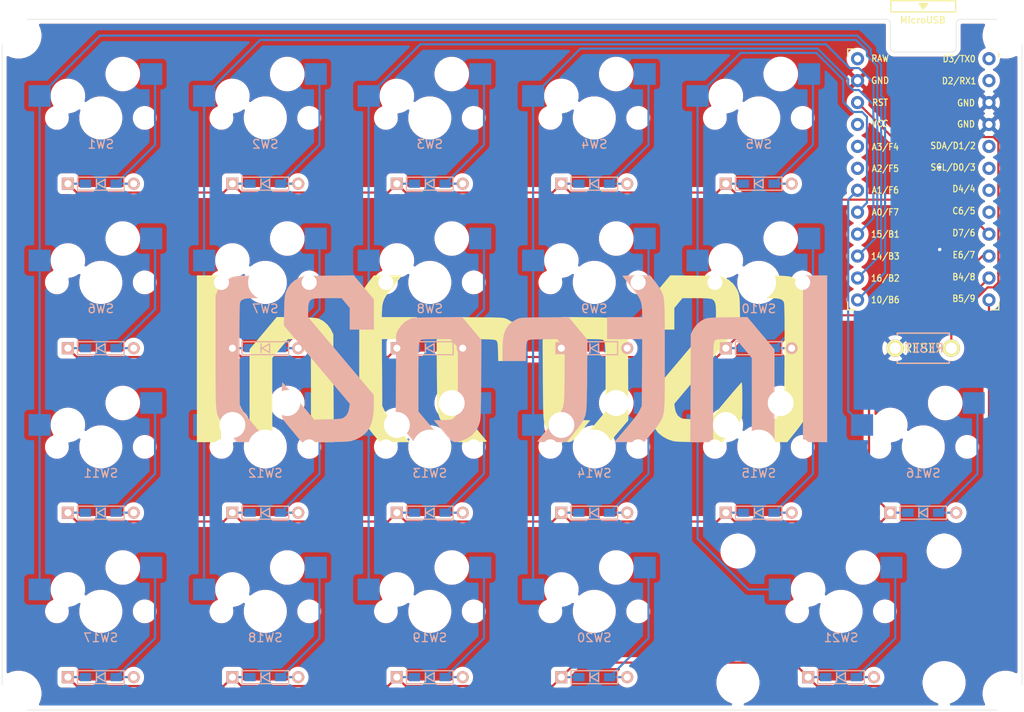
<source format=kicad_pcb>
(kicad_pcb (version 20171130) (host pcbnew "(5.1.10)-1")
  (layers (0 F.Cu signal) (31 B.Cu signal) (34 B.Paste user) (35 F.Paste user) (36 B.SilkS user) (37 F.SilkS user) (38 B.Mask user) (39 F.Mask user) (44 Edge.Cuts user))
  (net 0 "")
  (net 1 "Net-(D1-Pad2)")
  (net 2 /Row0)
  (net 3 "Net-(D2-Pad2)")
  (net 4 "Net-(D3-Pad2)")
  (net 5 "Net-(D4-Pad2)")
  (net 6 "Net-(D5-Pad2)")
  (net 7 "Net-(D6-Pad2)")
  (net 8 /Row1)
  (net 9 "Net-(D7-Pad2)")
  (net 10 "Net-(D8-Pad2)")
  (net 11 "Net-(D9-Pad2)")
  (net 12 "Net-(D10-Pad2)")
  (net 13 "Net-(D11-Pad2)")
  (net 14 /Row2)
  (net 15 "Net-(D12-Pad2)")
  (net 16 "Net-(D13-Pad2)")
  (net 17 "Net-(D14-Pad2)")
  (net 18 "Net-(D15-Pad2)")
  (net 19 "Net-(D16-Pad2)")
  (net 20 "Net-(D17-Pad2)")
  (net 21 /Row3)
  (net 22 "Net-(D18-Pad2)")
  (net 23 "Net-(D19-Pad2)")
  (net 24 "Net-(D20-Pad2)")
  (net 25 "Net-(D21-Pad2)")
  (net 26 GND)
  (net 27 /Reset)
  (net 28 /Col0)
  (net 29 /Col1)
  (net 30 /Col2)
  (net 31 /Col3)
  (net 32 /Col4)
  (net 33 /Col5)
  (net 34 "Net-(U1-Pad24)")
  (net 35 VCC)
  (net 36 "Net-(U1-Pad20)")
  (net 37 "Net-(U1-Pad19)")
  (net 38 "Net-(U1-Pad8)")
  (net 39 "Net-(U1-Pad7)")
  (net 40 "Net-(U1-Pad6)")
  (net 41 "Net-(U1-Pad5)")
  (net 42 "Net-(U1-Pad2)")
  (net 43 "Net-(U1-Pad1)")
  (module Logo:intro21 (layer B.Cu) (at 149.21065 104.1549 180)
    (fp_text reference G*** hide)
    (fp_text value LOGO hide)
  )
  (module Logo:intro21 (layer F.Cu) (at 149.21065 104.1549)
    (fp_text reference G*** hide)
    (fp_text value LOGO hide)
  )
  (module kbd:spacer_m2 (layer F.Cu) (at 92.0603 66.0543)
    (fp_text reference Ref** hide)
    (fp_text value Val** hide)
    (pad "" np_thru_hole circle (at 0 0) (size 4.3 4.3) (drill 4.3) (layers *.Cu *.Mask))
  )
  (module kbd:spacer_m2 (layer F.Cu) (at 92.0603 142.2543)
    (fp_text reference Ref** hide)
    (fp_text value Val** hide)
    (pad "" np_thru_hole circle (at 0 0) (size 4.3 4.3) (drill 4.3) (layers *.Cu *.Mask))
  )
  (module kbd:spacer_m2 (layer F.Cu) (at 206.3603 142.2543)
    (fp_text reference Ref** hide)
    (fp_text value Val** hide)
    (pad "" np_thru_hole circle (at 0 0) (size 4.3 4.3) (drill 4.3) (layers *.Cu *.Mask))
  )
  (module kbd:spacer_m2 (layer F.Cu) (at 206.36065 66.0549)
    (fp_text reference Ref** hide)
    (fp_text value Val** hide)
    (pad "" np_thru_hole circle (at 0 0) (size 4.3 4.3) (drill 4.3) (layers *.Cu *.Mask))
  )
  (module kbd:D3_TH_SMD (layer B.Cu) (at 187.31065 140.3499)
    (fp_text reference D21 hide)
    (fp_text value D hide)
    (pad 2 smd rect (at 1.775 0) (size 1.3 0.95) (layers B.Cu B.Paste B.Mask) (net 25 "Net-(D21-Pad2)"))
    (pad 2 thru_hole circle (at 3.81 0) (size 1.397 1.397) (drill 0.8128) (layers *.Cu *.Mask B.SilkS) (net 25 "Net-(D21-Pad2)"))
    (pad 1 thru_hole rect (at -3.81 0) (size 1.397 1.397) (drill 0.8128) (layers *.Cu *.Mask B.SilkS) (net 21 /Row3))
    (pad 1 smd rect (at -1.775 0) (size 1.3 0.95) (layers B.Cu B.Paste B.Mask) (net 21 /Row3))
  )
  (module kbd:D3_TH_SMD (layer B.Cu) (at 158.73565 140.3499)
    (fp_text reference D20 hide)
    (fp_text value D hide)
    (pad 2 smd rect (at 1.775 0) (size 1.3 0.95) (layers B.Cu B.Paste B.Mask) (net 24 "Net-(D20-Pad2)"))
    (pad 2 thru_hole circle (at 3.81 0) (size 1.397 1.397) (drill 0.8128) (layers *.Cu *.Mask B.SilkS) (net 24 "Net-(D20-Pad2)"))
    (pad 1 thru_hole rect (at -3.81 0) (size 1.397 1.397) (drill 0.8128) (layers *.Cu *.Mask B.SilkS) (net 21 /Row3))
    (pad 1 smd rect (at -1.775 0) (size 1.3 0.95) (layers B.Cu B.Paste B.Mask) (net 21 /Row3))
  )
  (module kbd:D3_TH_SMD (layer B.Cu) (at 139.68565 140.3499)
    (fp_text reference D19 hide)
    (fp_text value D hide)
    (pad 2 smd rect (at 1.775 0) (size 1.3 0.95) (layers B.Cu B.Paste B.Mask) (net 23 "Net-(D19-Pad2)"))
    (pad 2 thru_hole circle (at 3.81 0) (size 1.397 1.397) (drill 0.8128) (layers *.Cu *.Mask B.SilkS) (net 23 "Net-(D19-Pad2)"))
    (pad 1 thru_hole rect (at -3.81 0) (size 1.397 1.397) (drill 0.8128) (layers *.Cu *.Mask B.SilkS) (net 21 /Row3))
    (pad 1 smd rect (at -1.775 0) (size 1.3 0.95) (layers B.Cu B.Paste B.Mask) (net 21 /Row3))
  )
  (module kbd:D3_TH_SMD (layer B.Cu) (at 120.63565 140.3499)
    (fp_text reference D18 hide)
    (fp_text value D hide)
    (pad 2 smd rect (at 1.775 0) (size 1.3 0.95) (layers B.Cu B.Paste B.Mask) (net 22 "Net-(D18-Pad2)"))
    (pad 2 thru_hole circle (at 3.81 0) (size 1.397 1.397) (drill 0.8128) (layers *.Cu *.Mask B.SilkS) (net 22 "Net-(D18-Pad2)"))
    (pad 1 thru_hole rect (at -3.81 0) (size 1.397 1.397) (drill 0.8128) (layers *.Cu *.Mask B.SilkS) (net 21 /Row3))
    (pad 1 smd rect (at -1.775 0) (size 1.3 0.95) (layers B.Cu B.Paste B.Mask) (net 21 /Row3))
  )
  (module kbd:D3_TH_SMD (layer B.Cu) (at 101.58565 140.3499)
    (fp_text reference D17 hide)
    (fp_text value D hide)
    (pad 2 smd rect (at 1.775 0) (size 1.3 0.95) (layers B.Cu B.Paste B.Mask) (net 20 "Net-(D17-Pad2)"))
    (pad 2 thru_hole circle (at 3.81 0) (size 1.397 1.397) (drill 0.8128) (layers *.Cu *.Mask B.SilkS) (net 20 "Net-(D17-Pad2)"))
    (pad 1 thru_hole rect (at -3.81 0) (size 1.397 1.397) (drill 0.8128) (layers *.Cu *.Mask B.SilkS) (net 21 /Row3))
    (pad 1 smd rect (at -1.775 0) (size 1.3 0.95) (layers B.Cu B.Paste B.Mask) (net 21 /Row3))
  )
  (module kbd:D3_TH_SMD (layer B.Cu) (at 196.83565 121.2999)
    (fp_text reference D16 hide)
    (fp_text value D hide)
    (pad 2 smd rect (at 1.775 0) (size 1.3 0.95) (layers B.Cu B.Paste B.Mask) (net 19 "Net-(D16-Pad2)"))
    (pad 2 thru_hole circle (at 3.81 0) (size 1.397 1.397) (drill 0.8128) (layers *.Cu *.Mask B.SilkS) (net 19 "Net-(D16-Pad2)"))
    (pad 1 thru_hole rect (at -3.81 0) (size 1.397 1.397) (drill 0.8128) (layers *.Cu *.Mask B.SilkS) (net 14 /Row2))
    (pad 1 smd rect (at -1.775 0) (size 1.3 0.95) (layers B.Cu B.Paste B.Mask) (net 14 /Row2))
  )
  (module kbd:D3_TH_SMD (layer B.Cu) (at 177.78565 121.2999)
    (fp_text reference D15 hide)
    (fp_text value D hide)
    (pad 2 smd rect (at 1.775 0) (size 1.3 0.95) (layers B.Cu B.Paste B.Mask) (net 18 "Net-(D15-Pad2)"))
    (pad 2 thru_hole circle (at 3.81 0) (size 1.397 1.397) (drill 0.8128) (layers *.Cu *.Mask B.SilkS) (net 18 "Net-(D15-Pad2)"))
    (pad 1 thru_hole rect (at -3.81 0) (size 1.397 1.397) (drill 0.8128) (layers *.Cu *.Mask B.SilkS) (net 14 /Row2))
    (pad 1 smd rect (at -1.775 0) (size 1.3 0.95) (layers B.Cu B.Paste B.Mask) (net 14 /Row2))
  )
  (module kbd:D3_TH_SMD (layer B.Cu) (at 158.73565 121.2999)
    (fp_text reference D14 hide)
    (fp_text value D hide)
    (pad 2 smd rect (at 1.775 0) (size 1.3 0.95) (layers B.Cu B.Paste B.Mask) (net 17 "Net-(D14-Pad2)"))
    (pad 2 thru_hole circle (at 3.81 0) (size 1.397 1.397) (drill 0.8128) (layers *.Cu *.Mask B.SilkS) (net 17 "Net-(D14-Pad2)"))
    (pad 1 thru_hole rect (at -3.81 0) (size 1.397 1.397) (drill 0.8128) (layers *.Cu *.Mask B.SilkS) (net 14 /Row2))
    (pad 1 smd rect (at -1.775 0) (size 1.3 0.95) (layers B.Cu B.Paste B.Mask) (net 14 /Row2))
  )
  (module kbd:D3_TH_SMD (layer B.Cu) (at 139.68565 121.2999)
    (fp_text reference D13 hide)
    (fp_text value D hide)
    (pad 2 smd rect (at 1.775 0) (size 1.3 0.95) (layers B.Cu B.Paste B.Mask) (net 16 "Net-(D13-Pad2)"))
    (pad 2 thru_hole circle (at 3.81 0) (size 1.397 1.397) (drill 0.8128) (layers *.Cu *.Mask B.SilkS) (net 16 "Net-(D13-Pad2)"))
    (pad 1 thru_hole rect (at -3.81 0) (size 1.397 1.397) (drill 0.8128) (layers *.Cu *.Mask B.SilkS) (net 14 /Row2))
    (pad 1 smd rect (at -1.775 0) (size 1.3 0.95) (layers B.Cu B.Paste B.Mask) (net 14 /Row2))
  )
  (module kbd:D3_TH_SMD (layer B.Cu) (at 120.63565 121.2999)
    (fp_text reference D12 hide)
    (fp_text value D hide)
    (pad 2 smd rect (at 1.775 0) (size 1.3 0.95) (layers B.Cu B.Paste B.Mask) (net 15 "Net-(D12-Pad2)"))
    (pad 2 thru_hole circle (at 3.81 0) (size 1.397 1.397) (drill 0.8128) (layers *.Cu *.Mask B.SilkS) (net 15 "Net-(D12-Pad2)"))
    (pad 1 thru_hole rect (at -3.81 0) (size 1.397 1.397) (drill 0.8128) (layers *.Cu *.Mask B.SilkS) (net 14 /Row2))
    (pad 1 smd rect (at -1.775 0) (size 1.3 0.95) (layers B.Cu B.Paste B.Mask) (net 14 /Row2))
  )
  (module kbd:D3_TH_SMD (layer B.Cu) (at 101.58565 121.2999)
    (fp_text reference D11 hide)
    (fp_text value D hide)
    (pad 2 smd rect (at 1.775 0) (size 1.3 0.95) (layers B.Cu B.Paste B.Mask) (net 13 "Net-(D11-Pad2)"))
    (pad 2 thru_hole circle (at 3.81 0) (size 1.397 1.397) (drill 0.8128) (layers *.Cu *.Mask B.SilkS) (net 13 "Net-(D11-Pad2)"))
    (pad 1 thru_hole rect (at -3.81 0) (size 1.397 1.397) (drill 0.8128) (layers *.Cu *.Mask B.SilkS) (net 14 /Row2))
    (pad 1 smd rect (at -1.775 0) (size 1.3 0.95) (layers B.Cu B.Paste B.Mask) (net 14 /Row2))
  )
  (module kbd:D3_TH_SMD (layer B.Cu) (at 177.78565 102.2499)
    (fp_text reference D10 hide)
    (fp_text value D hide)
    (pad 2 smd rect (at 1.775 0) (size 1.3 0.95) (layers B.Cu B.Paste B.Mask) (net 12 "Net-(D10-Pad2)"))
    (pad 2 thru_hole circle (at 3.81 0) (size 1.397 1.397) (drill 0.8128) (layers *.Cu *.Mask B.SilkS) (net 12 "Net-(D10-Pad2)"))
    (pad 1 thru_hole rect (at -3.81 0) (size 1.397 1.397) (drill 0.8128) (layers *.Cu *.Mask B.SilkS) (net 8 /Row1))
    (pad 1 smd rect (at -1.775 0) (size 1.3 0.95) (layers B.Cu B.Paste B.Mask) (net 8 /Row1))
  )
  (module kbd:D3_TH_SMD (layer B.Cu) (at 158.73565 102.2499)
    (fp_text reference D9 hide)
    (fp_text value D hide)
    (pad 2 smd rect (at 1.775 0) (size 1.3 0.95) (layers B.Cu B.Paste B.Mask) (net 11 "Net-(D9-Pad2)"))
    (pad 2 thru_hole circle (at 3.81 0) (size 1.397 1.397) (drill 0.8128) (layers *.Cu *.Mask B.SilkS) (net 11 "Net-(D9-Pad2)"))
    (pad 1 thru_hole rect (at -3.81 0) (size 1.397 1.397) (drill 0.8128) (layers *.Cu *.Mask B.SilkS) (net 8 /Row1))
    (pad 1 smd rect (at -1.775 0) (size 1.3 0.95) (layers B.Cu B.Paste B.Mask) (net 8 /Row1))
  )
  (module kbd:D3_TH_SMD (layer B.Cu) (at 139.68565 102.2499)
    (fp_text reference D8 hide)
    (fp_text value D hide)
    (pad 2 smd rect (at 1.775 0) (size 1.3 0.95) (layers B.Cu B.Paste B.Mask) (net 10 "Net-(D8-Pad2)"))
    (pad 2 thru_hole circle (at 3.81 0) (size 1.397 1.397) (drill 0.8128) (layers *.Cu *.Mask B.SilkS) (net 10 "Net-(D8-Pad2)"))
    (pad 1 thru_hole rect (at -3.81 0) (size 1.397 1.397) (drill 0.8128) (layers *.Cu *.Mask B.SilkS) (net 8 /Row1))
    (pad 1 smd rect (at -1.775 0) (size 1.3 0.95) (layers B.Cu B.Paste B.Mask) (net 8 /Row1))
  )
  (module kbd:D3_TH_SMD (layer B.Cu) (at 120.63565 102.2499)
    (fp_text reference D7 hide)
    (fp_text value D hide)
    (pad 2 smd rect (at 1.775 0) (size 1.3 0.95) (layers B.Cu B.Paste B.Mask) (net 9 "Net-(D7-Pad2)"))
    (pad 2 thru_hole circle (at 3.81 0) (size 1.397 1.397) (drill 0.8128) (layers *.Cu *.Mask B.SilkS) (net 9 "Net-(D7-Pad2)"))
    (pad 1 thru_hole rect (at -3.81 0) (size 1.397 1.397) (drill 0.8128) (layers *.Cu *.Mask B.SilkS) (net 8 /Row1))
    (pad 1 smd rect (at -1.775 0) (size 1.3 0.95) (layers B.Cu B.Paste B.Mask) (net 8 /Row1))
  )
  (module kbd:D3_TH_SMD (layer B.Cu) (at 101.58565 102.2499)
    (fp_text reference D6 hide)
    (fp_text value D hide)
    (pad 2 smd rect (at 1.775 0) (size 1.3 0.95) (layers B.Cu B.Paste B.Mask) (net 7 "Net-(D6-Pad2)"))
    (pad 2 thru_hole circle (at 3.81 0) (size 1.397 1.397) (drill 0.8128) (layers *.Cu *.Mask B.SilkS) (net 7 "Net-(D6-Pad2)"))
    (pad 1 thru_hole rect (at -3.81 0) (size 1.397 1.397) (drill 0.8128) (layers *.Cu *.Mask B.SilkS) (net 8 /Row1))
    (pad 1 smd rect (at -1.775 0) (size 1.3 0.95) (layers B.Cu B.Paste B.Mask) (net 8 /Row1))
  )
  (module kbd:D3_TH_SMD (layer B.Cu) (at 177.78565 83.1999)
    (fp_text reference D5 hide)
    (fp_text value D hide)
    (pad 2 smd rect (at 1.775 0) (size 1.3 0.95) (layers B.Cu B.Paste B.Mask) (net 6 "Net-(D5-Pad2)"))
    (pad 2 thru_hole circle (at 3.81 0) (size 1.397 1.397) (drill 0.8128) (layers *.Cu *.Mask B.SilkS) (net 6 "Net-(D5-Pad2)"))
    (pad 1 thru_hole rect (at -3.81 0) (size 1.397 1.397) (drill 0.8128) (layers *.Cu *.Mask B.SilkS) (net 2 /Row0))
    (pad 1 smd rect (at -1.775 0) (size 1.3 0.95) (layers B.Cu B.Paste B.Mask) (net 2 /Row0))
  )
  (module kbd:D3_TH_SMD (layer B.Cu) (at 158.73565 83.1999)
    (fp_text reference D4 hide)
    (fp_text value D hide)
    (pad 2 smd rect (at 1.775 0) (size 1.3 0.95) (layers B.Cu B.Paste B.Mask) (net 5 "Net-(D4-Pad2)"))
    (pad 2 thru_hole circle (at 3.81 0) (size 1.397 1.397) (drill 0.8128) (layers *.Cu *.Mask B.SilkS) (net 5 "Net-(D4-Pad2)"))
    (pad 1 thru_hole rect (at -3.81 0) (size 1.397 1.397) (drill 0.8128) (layers *.Cu *.Mask B.SilkS) (net 2 /Row0))
    (pad 1 smd rect (at -1.775 0) (size 1.3 0.95) (layers B.Cu B.Paste B.Mask) (net 2 /Row0))
  )
  (module kbd:D3_TH_SMD (layer B.Cu) (at 139.68565 83.1999)
    (fp_text reference D3 hide)
    (fp_text value D hide)
    (pad 2 smd rect (at 1.775 0) (size 1.3 0.95) (layers B.Cu B.Paste B.Mask) (net 4 "Net-(D3-Pad2)"))
    (pad 2 thru_hole circle (at 3.81 0) (size 1.397 1.397) (drill 0.8128) (layers *.Cu *.Mask B.SilkS) (net 4 "Net-(D3-Pad2)"))
    (pad 1 thru_hole rect (at -3.81 0) (size 1.397 1.397) (drill 0.8128) (layers *.Cu *.Mask B.SilkS) (net 2 /Row0))
    (pad 1 smd rect (at -1.775 0) (size 1.3 0.95) (layers B.Cu B.Paste B.Mask) (net 2 /Row0))
  )
  (module kbd:D3_TH_SMD (layer B.Cu) (at 120.63565 83.1999)
    (fp_text reference D2 hide)
    (fp_text value D hide)
    (pad 2 smd rect (at 1.775 0) (size 1.3 0.95) (layers B.Cu B.Paste B.Mask) (net 3 "Net-(D2-Pad2)"))
    (pad 2 thru_hole circle (at 3.81 0) (size 1.397 1.397) (drill 0.8128) (layers *.Cu *.Mask B.SilkS) (net 3 "Net-(D2-Pad2)"))
    (pad 1 thru_hole rect (at -3.81 0) (size 1.397 1.397) (drill 0.8128) (layers *.Cu *.Mask B.SilkS) (net 2 /Row0))
    (pad 1 smd rect (at -1.775 0) (size 1.3 0.95) (layers B.Cu B.Paste B.Mask) (net 2 /Row0))
  )
  (module kbd:D3_TH_SMD (layer B.Cu) (at 101.58565 83.1999)
    (fp_text reference D1 hide)
    (fp_text value D hide)
    (pad 2 smd rect (at 1.775 0) (size 1.3 0.95) (layers B.Cu B.Paste B.Mask) (net 1 "Net-(D1-Pad2)"))
    (pad 2 thru_hole circle (at 3.81 0) (size 1.397 1.397) (drill 0.8128) (layers *.Cu *.Mask B.SilkS) (net 1 "Net-(D1-Pad2)"))
    (pad 1 thru_hole rect (at -3.81 0) (size 1.397 1.397) (drill 0.8128) (layers *.Cu *.Mask B.SilkS) (net 2 /Row0))
    (pad 1 smd rect (at -1.775 0) (size 1.3 0.95) (layers B.Cu B.Paste B.Mask) (net 2 /Row0))
  )
  (module kbd:ProMicro_v3 (layer F.Cu) (at 196.83565 83.1999)
    (fp_text reference U1 hide)
    (fp_text value ProMicro hide)
    (fp_text user RAW (at -4.995 -14.5 unlocked) (layer F.SilkS) (effects (font (size 0.75 0.67) (thickness 0.125))))
    (fp_text user GND (at -4.995 -11.95 unlocked) (layer F.SilkS) (effects (font (size 0.75 0.67) (thickness 0.125))))
    (fp_text user RST (at -4.995 -9.4 unlocked) (layer F.SilkS) (effects (font (size 0.75 0.67) (thickness 0.125))))
    (fp_text user VCC (at -4.995 -6.95 unlocked) (layer F.SilkS) (effects (font (size 0.75 0.67) (thickness 0.125))))
    (fp_text user A3/F4 (at -4.395 -4.25 unlocked) (layer F.SilkS) (effects (font (size 0.75 0.67) (thickness 0.125))))
    (fp_text user A2/F5 (at -4.395 -1.75 unlocked) (layer F.SilkS) (effects (font (size 0.75 0.67) (thickness 0.125))))
    (fp_text user A1/F6 (at -4.395 0.75 unlocked) (layer F.SilkS) (effects (font (size 0.75 0.67) (thickness 0.125))))
    (fp_text user A0/F7 (at -4.395 3.3 unlocked) (layer F.SilkS) (effects (font (size 0.75 0.67) (thickness 0.125))))
    (fp_text user 15/B1 (at -4.395 5.85 unlocked) (layer F.SilkS) (effects (font (size 0.75 0.67) (thickness 0.125))))
    (fp_text user 14/B3 (at -4.395 8.4 unlocked) (layer F.SilkS) (effects (font (size 0.75 0.67) (thickness 0.125))))
    (fp_text user 10/B6 (at -4.395 13.45 unlocked) (layer F.SilkS) (effects (font (size 0.75 0.67) (thickness 0.125))))
    (fp_text user 16/B2 (at -4.395 10.95 unlocked) (layer F.SilkS) (effects (font (size 0.75 0.67) (thickness 0.125))))
    (fp_text user E6/7 (at 4.705 8.25 unlocked) (layer F.SilkS) (effects (font (size 0.75 0.67) (thickness 0.125))))
    (fp_text user D7/6 (at 4.705 5.7 unlocked) (layer F.SilkS) (effects (font (size 0.75 0.67) (thickness 0.125))))
    (fp_text user GND (at 4.955 -9.35 unlocked) (layer F.SilkS) (effects (font (size 0.75 0.67) (thickness 0.125))))
    (fp_text user GND (at 4.955 -6.9 unlocked) (layer F.SilkS) (effects (font (size 0.75 0.67) (thickness 0.125))))
    (fp_text user D3/TX0 (at 4.155 -14.45 unlocked) (layer F.SilkS) (effects (font (size 0.75 0.67) (thickness 0.125))))
    (fp_text user D4/4 (at 4.705 0.6 unlocked) (layer F.SilkS) (effects (font (size 0.75 0.67) (thickness 0.125))))
    (fp_text user SDA/D1/2 (at 3.455 -4.4 unlocked) (layer F.SilkS) (effects (font (size 0.75 0.67) (thickness 0.125))))
    (fp_text user SCL/D0/3 (at 3.455 -1.9 unlocked) (layer F.SilkS) (effects (font (size 0.75 0.67) (thickness 0.125))))
    (fp_text user C6/5 (at 4.705 3.15 unlocked) (layer F.SilkS) (effects (font (size 0.75 0.67) (thickness 0.125))))
    (fp_text user B5/9 (at 4.705 13.3 unlocked) (layer F.SilkS) (effects (font (size 0.75 0.67) (thickness 0.125))))
    (fp_text user D2/RX1 (at 4.155 -11.9 unlocked) (layer F.SilkS) (effects (font (size 0.75 0.67) (thickness 0.125))))
    (fp_text user B4/8 (at 4.705 10.8 unlocked) (layer F.SilkS) (effects (font (size 0.75 0.67) (thickness 0.125))))
    (fp_text user MicroUSB (at -0.05 -18.95) (layer F.SilkS) (effects (font (size 0.75 0.75) (thickness 0.12))))
    (fp_text user MicroUSB (at -0.05 -18.95) (layer F.SilkS) (effects (font (size 0.75 0.75) (thickness 0.12))))
    (pad 24 thru_hole circle (at -7.6086 -14.478) (size 1.524 1.524) (drill 0.8128) (layers *.Cu B.Mask) (net 34 "Net-(U1-Pad24)"))
    (pad 23 thru_hole circle (at -7.6086 -11.938) (size 1.524 1.524) (drill 0.8128) (layers *.Cu B.Mask) (net 26 GND))
    (pad 22 thru_hole circle (at -7.6086 -9.398) (size 1.524 1.524) (drill 0.8128) (layers *.Cu B.Mask) (net 27 /Reset))
    (pad 21 thru_hole circle (at -7.6086 -6.858) (size 1.524 1.524) (drill 0.8128) (layers *.Cu B.Mask) (net 35 VCC))
    (pad 20 thru_hole circle (at -7.6086 -4.318) (size 1.524 1.524) (drill 0.8128) (layers *.Cu B.Mask) (net 36 "Net-(U1-Pad20)"))
    (pad 19 thru_hole circle (at -7.6086 -1.778) (size 1.524 1.524) (drill 0.8128) (layers *.Cu B.Mask) (net 37 "Net-(U1-Pad19)"))
    (pad 18 thru_hole circle (at -7.6086 0.762) (size 1.524 1.524) (drill 0.8128) (layers *.Cu B.Mask) (net 33 /Col5))
    (pad 17 thru_hole circle (at -7.6086 3.302) (size 1.524 1.524) (drill 0.8128) (layers *.Cu B.Mask) (net 32 /Col4))
    (pad 16 thru_hole circle (at -7.6086 5.842) (size 1.524 1.524) (drill 0.8128) (layers *.Cu B.Mask) (net 31 /Col3))
    (pad 15 thru_hole circle (at -7.6086 8.382) (size 1.524 1.524) (drill 0.8128) (layers *.Cu B.Mask) (net 30 /Col2))
    (pad 14 thru_hole circle (at -7.6086 10.922) (size 1.524 1.524) (drill 0.8128) (layers *.Cu B.Mask) (net 29 /Col1))
    (pad 13 thru_hole circle (at -7.6086 13.462) (size 1.524 1.524) (drill 0.8128) (layers *.Cu B.Mask) (net 28 /Col0))
    (pad 12 thru_hole circle (at 7.6114 13.462) (size 1.524 1.524) (drill 0.8128) (layers *.Cu B.Mask) (net 21 /Row3))
    (pad 11 thru_hole circle (at 7.6114 10.922) (size 1.524 1.524) (drill 0.8128) (layers *.Cu B.Mask) (net 14 /Row2))
    (pad 10 thru_hole circle (at 7.6114 8.382) (size 1.524 1.524) (drill 0.8128) (layers *.Cu B.Mask) (net 8 /Row1))
    (pad 9 thru_hole circle (at 7.6114 5.842) (size 1.524 1.524) (drill 0.8128) (layers *.Cu B.Mask) (net 2 /Row0))
    (pad 8 thru_hole circle (at 7.6114 3.302) (size 1.524 1.524) (drill 0.8128) (layers *.Cu B.Mask) (net 38 "Net-(U1-Pad8)"))
    (pad 7 thru_hole circle (at 7.6114 0.762) (size 1.524 1.524) (drill 0.8128) (layers *.Cu B.Mask) (net 39 "Net-(U1-Pad7)"))
    (pad 6 thru_hole circle (at 7.6114 -1.778) (size 1.524 1.524) (drill 0.8128) (layers *.Cu B.Mask) (net 40 "Net-(U1-Pad6)"))
    (pad 5 thru_hole circle (at 7.6114 -4.318) (size 1.524 1.524) (drill 0.8128) (layers *.Cu B.Mask) (net 41 "Net-(U1-Pad5)"))
    (pad 4 thru_hole circle (at 7.6114 -6.858) (size 1.524 1.524) (drill 0.8128) (layers *.Cu B.Mask) (net 26 GND))
    (pad 3 thru_hole circle (at 7.6114 -9.398) (size 1.524 1.524) (drill 0.8128) (layers *.Cu B.Mask) (net 26 GND))
    (pad 2 thru_hole circle (at 7.6114 -11.938) (size 1.524 1.524) (drill 0.8128) (layers *.Cu B.Mask) (net 42 "Net-(U1-Pad2)"))
    (pad 1 thru_hole circle (at 7.6114 -14.478) (size 1.524 1.524) (drill 0.8128) (layers *.Cu B.Mask) (net 43 "Net-(U1-Pad1)"))
  )
  (module MX_Only:MXOnly-1U-Hotswap (layer F.Cu) (at 101.58565 75.5799)
    (fp_text reference SW1)
    (fp_text value SW_Push)
    (fp_text user %R (at 0 3.048) (layer B.SilkS) (effects (justify mirror)))
    (pad 2 smd rect (at 5.842 -5.08) (size 2.55 2.5) (layers B.Cu B.Paste B.Mask) (net 1 "Net-(D1-Pad2)"))
    (pad 1 smd rect (at -7.085 -2.54) (size 2.55 2.5) (layers B.Cu B.Paste B.Mask) (net 28 /Col0))
    (pad "" np_thru_hole circle (at 5.08 0 48.0996) (size 1.75 1.75) (drill 1.75) (layers *.Cu *.Mask))
    (pad "" np_thru_hole circle (at -5.08 0 48.0996) (size 1.75 1.75) (drill 1.75) (layers *.Cu *.Mask))
    (pad "" np_thru_hole circle (at -3.81 -2.54) (size 3 3) (drill 3) (layers *.Cu *.Mask))
    (pad "" np_thru_hole circle (at 0 0) (size 3.9878 3.9878) (drill 3.9878) (layers *.Cu *.Mask))
    (pad "" np_thru_hole circle (at 2.54 -5.08) (size 3 3) (drill 3) (layers *.Cu *.Mask))
  )
  (module MX_Only:MXOnly-1U-Hotswap (layer F.Cu) (at 158.73565 132.7299)
    (fp_text reference SW20)
    (fp_text value SW_Push)
    (fp_text user %R (at 0 3.048) (layer B.SilkS) (effects (justify mirror)))
    (pad 2 smd rect (at 5.842 -5.08) (size 2.55 2.5) (layers B.Cu B.Paste B.Mask) (net 24 "Net-(D20-Pad2)"))
    (pad 1 smd rect (at -7.085 -2.54) (size 2.55 2.5) (layers B.Cu B.Paste B.Mask) (net 31 /Col3))
    (pad "" np_thru_hole circle (at 5.08 0 48.0996) (size 1.75 1.75) (drill 1.75) (layers *.Cu *.Mask))
    (pad "" np_thru_hole circle (at -5.08 0 48.0996) (size 1.75 1.75) (drill 1.75) (layers *.Cu *.Mask))
    (pad "" np_thru_hole circle (at -3.81 -2.54) (size 3 3) (drill 3) (layers *.Cu *.Mask))
    (pad "" np_thru_hole circle (at 0 0) (size 3.9878 3.9878) (drill 3.9878) (layers *.Cu *.Mask))
    (pad "" np_thru_hole circle (at 2.54 -5.08) (size 3 3) (drill 3) (layers *.Cu *.Mask))
  )
  (module MX_Only:MXOnly-1U-Hotswap (layer F.Cu) (at 139.68565 132.7299)
    (fp_text reference SW19)
    (fp_text value SW_Push)
    (fp_text user %R (at 0 3.048) (layer B.SilkS) (effects (justify mirror)))
    (pad 2 smd rect (at 5.842 -5.08) (size 2.55 2.5) (layers B.Cu B.Paste B.Mask) (net 23 "Net-(D19-Pad2)"))
    (pad 1 smd rect (at -7.085 -2.54) (size 2.55 2.5) (layers B.Cu B.Paste B.Mask) (net 30 /Col2))
    (pad "" np_thru_hole circle (at 5.08 0 48.0996) (size 1.75 1.75) (drill 1.75) (layers *.Cu *.Mask))
    (pad "" np_thru_hole circle (at -5.08 0 48.0996) (size 1.75 1.75) (drill 1.75) (layers *.Cu *.Mask))
    (pad "" np_thru_hole circle (at -3.81 -2.54) (size 3 3) (drill 3) (layers *.Cu *.Mask))
    (pad "" np_thru_hole circle (at 0 0) (size 3.9878 3.9878) (drill 3.9878) (layers *.Cu *.Mask))
    (pad "" np_thru_hole circle (at 2.54 -5.08) (size 3 3) (drill 3) (layers *.Cu *.Mask))
  )
  (module MX_Only:MXOnly-1U-Hotswap (layer F.Cu) (at 120.63565 132.7299)
    (fp_text reference SW18)
    (fp_text value SW_Push)
    (fp_text user %R (at 0 3.048) (layer B.SilkS) (effects (justify mirror)))
    (pad 2 smd rect (at 5.842 -5.08) (size 2.55 2.5) (layers B.Cu B.Paste B.Mask) (net 22 "Net-(D18-Pad2)"))
    (pad 1 smd rect (at -7.085 -2.54) (size 2.55 2.5) (layers B.Cu B.Paste B.Mask) (net 29 /Col1))
    (pad "" np_thru_hole circle (at 5.08 0 48.0996) (size 1.75 1.75) (drill 1.75) (layers *.Cu *.Mask))
    (pad "" np_thru_hole circle (at -5.08 0 48.0996) (size 1.75 1.75) (drill 1.75) (layers *.Cu *.Mask))
    (pad "" np_thru_hole circle (at -3.81 -2.54) (size 3 3) (drill 3) (layers *.Cu *.Mask))
    (pad "" np_thru_hole circle (at 0 0) (size 3.9878 3.9878) (drill 3.9878) (layers *.Cu *.Mask))
    (pad "" np_thru_hole circle (at 2.54 -5.08) (size 3 3) (drill 3) (layers *.Cu *.Mask))
  )
  (module MX_Only:MXOnly-1U-Hotswap (layer F.Cu) (at 101.58565 132.7299)
    (fp_text reference SW17)
    (fp_text value SW_Push)
    (fp_text user %R (at 0 3.048) (layer B.SilkS) (effects (justify mirror)))
    (pad 2 smd rect (at 5.842 -5.08) (size 2.55 2.5) (layers B.Cu B.Paste B.Mask) (net 20 "Net-(D17-Pad2)"))
    (pad 1 smd rect (at -7.085 -2.54) (size 2.55 2.5) (layers B.Cu B.Paste B.Mask) (net 28 /Col0))
    (pad "" np_thru_hole circle (at 5.08 0 48.0996) (size 1.75 1.75) (drill 1.75) (layers *.Cu *.Mask))
    (pad "" np_thru_hole circle (at -5.08 0 48.0996) (size 1.75 1.75) (drill 1.75) (layers *.Cu *.Mask))
    (pad "" np_thru_hole circle (at -3.81 -2.54) (size 3 3) (drill 3) (layers *.Cu *.Mask))
    (pad "" np_thru_hole circle (at 0 0) (size 3.9878 3.9878) (drill 3.9878) (layers *.Cu *.Mask))
    (pad "" np_thru_hole circle (at 2.54 -5.08) (size 3 3) (drill 3) (layers *.Cu *.Mask))
  )
  (module MX_Only:MXOnly-1U-Hotswap (layer F.Cu) (at 196.83565 113.6799)
    (fp_text reference SW16)
    (fp_text value SW_Push)
    (fp_text user %R (at 0 3.048) (layer B.SilkS) (effects (justify mirror)))
    (pad 2 smd rect (at 5.842 -5.08) (size 2.55 2.5) (layers B.Cu B.Paste B.Mask) (net 19 "Net-(D16-Pad2)"))
    (pad 1 smd rect (at -7.085 -2.54) (size 2.55 2.5) (layers B.Cu B.Paste B.Mask) (net 33 /Col5))
    (pad "" np_thru_hole circle (at 5.08 0 48.0996) (size 1.75 1.75) (drill 1.75) (layers *.Cu *.Mask))
    (pad "" np_thru_hole circle (at -5.08 0 48.0996) (size 1.75 1.75) (drill 1.75) (layers *.Cu *.Mask))
    (pad "" np_thru_hole circle (at -3.81 -2.54) (size 3 3) (drill 3) (layers *.Cu *.Mask))
    (pad "" np_thru_hole circle (at 0 0) (size 3.9878 3.9878) (drill 3.9878) (layers *.Cu *.Mask))
    (pad "" np_thru_hole circle (at 2.54 -5.08) (size 3 3) (drill 3) (layers *.Cu *.Mask))
  )
  (module MX_Only:MXOnly-1U-Hotswap (layer F.Cu) (at 177.78565 113.6799)
    (fp_text reference SW15)
    (fp_text value SW_Push)
    (fp_text user %R (at 0 3.048) (layer B.SilkS) (effects (justify mirror)))
    (pad 2 smd rect (at 5.842 -5.08) (size 2.55 2.5) (layers B.Cu B.Paste B.Mask) (net 18 "Net-(D15-Pad2)"))
    (pad 1 smd rect (at -7.085 -2.54) (size 2.55 2.5) (layers B.Cu B.Paste B.Mask) (net 32 /Col4))
    (pad "" np_thru_hole circle (at 5.08 0 48.0996) (size 1.75 1.75) (drill 1.75) (layers *.Cu *.Mask))
    (pad "" np_thru_hole circle (at -5.08 0 48.0996) (size 1.75 1.75) (drill 1.75) (layers *.Cu *.Mask))
    (pad "" np_thru_hole circle (at -3.81 -2.54) (size 3 3) (drill 3) (layers *.Cu *.Mask))
    (pad "" np_thru_hole circle (at 0 0) (size 3.9878 3.9878) (drill 3.9878) (layers *.Cu *.Mask))
    (pad "" np_thru_hole circle (at 2.54 -5.08) (size 3 3) (drill 3) (layers *.Cu *.Mask))
  )
  (module MX_Only:MXOnly-1U-Hotswap (layer F.Cu) (at 158.73565 113.6799)
    (fp_text reference SW14)
    (fp_text value SW_Push)
    (fp_text user %R (at 0 3.048) (layer B.SilkS) (effects (justify mirror)))
    (pad 2 smd rect (at 5.842 -5.08) (size 2.55 2.5) (layers B.Cu B.Paste B.Mask) (net 17 "Net-(D14-Pad2)"))
    (pad 1 smd rect (at -7.085 -2.54) (size 2.55 2.5) (layers B.Cu B.Paste B.Mask) (net 31 /Col3))
    (pad "" np_thru_hole circle (at 5.08 0 48.0996) (size 1.75 1.75) (drill 1.75) (layers *.Cu *.Mask))
    (pad "" np_thru_hole circle (at -5.08 0 48.0996) (size 1.75 1.75) (drill 1.75) (layers *.Cu *.Mask))
    (pad "" np_thru_hole circle (at -3.81 -2.54) (size 3 3) (drill 3) (layers *.Cu *.Mask))
    (pad "" np_thru_hole circle (at 0 0) (size 3.9878 3.9878) (drill 3.9878) (layers *.Cu *.Mask))
    (pad "" np_thru_hole circle (at 2.54 -5.08) (size 3 3) (drill 3) (layers *.Cu *.Mask))
  )
  (module MX_Only:MXOnly-1U-Hotswap (layer F.Cu) (at 139.68565 113.6799)
    (fp_text reference SW13)
    (fp_text value SW_Push)
    (fp_text user %R (at 0 3.048) (layer B.SilkS) (effects (justify mirror)))
    (pad 2 smd rect (at 5.842 -5.08) (size 2.55 2.5) (layers B.Cu B.Paste B.Mask) (net 16 "Net-(D13-Pad2)"))
    (pad 1 smd rect (at -7.085 -2.54) (size 2.55 2.5) (layers B.Cu B.Paste B.Mask) (net 30 /Col2))
    (pad "" np_thru_hole circle (at 5.08 0 48.0996) (size 1.75 1.75) (drill 1.75) (layers *.Cu *.Mask))
    (pad "" np_thru_hole circle (at -5.08 0 48.0996) (size 1.75 1.75) (drill 1.75) (layers *.Cu *.Mask))
    (pad "" np_thru_hole circle (at -3.81 -2.54) (size 3 3) (drill 3) (layers *.Cu *.Mask))
    (pad "" np_thru_hole circle (at 0 0) (size 3.9878 3.9878) (drill 3.9878) (layers *.Cu *.Mask))
    (pad "" np_thru_hole circle (at 2.54 -5.08) (size 3 3) (drill 3) (layers *.Cu *.Mask))
  )
  (module MX_Only:MXOnly-1U-Hotswap (layer F.Cu) (at 120.63565 113.6799)
    (fp_text reference SW12)
    (fp_text value SW_Push)
    (fp_text user %R (at 0 3.048) (layer B.SilkS) (effects (justify mirror)))
    (pad 2 smd rect (at 5.842 -5.08) (size 2.55 2.5) (layers B.Cu B.Paste B.Mask) (net 15 "Net-(D12-Pad2)"))
    (pad 1 smd rect (at -7.085 -2.54) (size 2.55 2.5) (layers B.Cu B.Paste B.Mask) (net 29 /Col1))
    (pad "" np_thru_hole circle (at 5.08 0 48.0996) (size 1.75 1.75) (drill 1.75) (layers *.Cu *.Mask))
    (pad "" np_thru_hole circle (at -5.08 0 48.0996) (size 1.75 1.75) (drill 1.75) (layers *.Cu *.Mask))
    (pad "" np_thru_hole circle (at -3.81 -2.54) (size 3 3) (drill 3) (layers *.Cu *.Mask))
    (pad "" np_thru_hole circle (at 0 0) (size 3.9878 3.9878) (drill 3.9878) (layers *.Cu *.Mask))
    (pad "" np_thru_hole circle (at 2.54 -5.08) (size 3 3) (drill 3) (layers *.Cu *.Mask))
  )
  (module MX_Only:MXOnly-1U-Hotswap (layer F.Cu) (at 101.58565 113.6799)
    (fp_text reference SW11)
    (fp_text value SW_Push)
    (fp_text user %R (at 0 3.048) (layer B.SilkS) (effects (justify mirror)))
    (pad 2 smd rect (at 5.842 -5.08) (size 2.55 2.5) (layers B.Cu B.Paste B.Mask) (net 13 "Net-(D11-Pad2)"))
    (pad 1 smd rect (at -7.085 -2.54) (size 2.55 2.5) (layers B.Cu B.Paste B.Mask) (net 28 /Col0))
    (pad "" np_thru_hole circle (at 5.08 0 48.0996) (size 1.75 1.75) (drill 1.75) (layers *.Cu *.Mask))
    (pad "" np_thru_hole circle (at -5.08 0 48.0996) (size 1.75 1.75) (drill 1.75) (layers *.Cu *.Mask))
    (pad "" np_thru_hole circle (at -3.81 -2.54) (size 3 3) (drill 3) (layers *.Cu *.Mask))
    (pad "" np_thru_hole circle (at 0 0) (size 3.9878 3.9878) (drill 3.9878) (layers *.Cu *.Mask))
    (pad "" np_thru_hole circle (at 2.54 -5.08) (size 3 3) (drill 3) (layers *.Cu *.Mask))
  )
  (module MX_Only:MXOnly-1U-Hotswap (layer F.Cu) (at 177.78565 94.6299)
    (fp_text reference SW10)
    (fp_text value SW_Push)
    (fp_text user %R (at 0 3.048) (layer B.SilkS) (effects (justify mirror)))
    (pad 2 smd rect (at 5.842 -5.08) (size 2.55 2.5) (layers B.Cu B.Paste B.Mask) (net 12 "Net-(D10-Pad2)"))
    (pad 1 smd rect (at -7.085 -2.54) (size 2.55 2.5) (layers B.Cu B.Paste B.Mask) (net 32 /Col4))
    (pad "" np_thru_hole circle (at 5.08 0 48.0996) (size 1.75 1.75) (drill 1.75) (layers *.Cu *.Mask))
    (pad "" np_thru_hole circle (at -5.08 0 48.0996) (size 1.75 1.75) (drill 1.75) (layers *.Cu *.Mask))
    (pad "" np_thru_hole circle (at -3.81 -2.54) (size 3 3) (drill 3) (layers *.Cu *.Mask))
    (pad "" np_thru_hole circle (at 0 0) (size 3.9878 3.9878) (drill 3.9878) (layers *.Cu *.Mask))
    (pad "" np_thru_hole circle (at 2.54 -5.08) (size 3 3) (drill 3) (layers *.Cu *.Mask))
  )
  (module MX_Only:MXOnly-1U-Hotswap (layer F.Cu) (at 158.73565 94.6299)
    (fp_text reference SW9)
    (fp_text value SW_Push)
    (fp_text user %R (at 0 3.048) (layer B.SilkS) (effects (justify mirror)))
    (pad 2 smd rect (at 5.842 -5.08) (size 2.55 2.5) (layers B.Cu B.Paste B.Mask) (net 11 "Net-(D9-Pad2)"))
    (pad 1 smd rect (at -7.085 -2.54) (size 2.55 2.5) (layers B.Cu B.Paste B.Mask) (net 31 /Col3))
    (pad "" np_thru_hole circle (at 5.08 0 48.0996) (size 1.75 1.75) (drill 1.75) (layers *.Cu *.Mask))
    (pad "" np_thru_hole circle (at -5.08 0 48.0996) (size 1.75 1.75) (drill 1.75) (layers *.Cu *.Mask))
    (pad "" np_thru_hole circle (at -3.81 -2.54) (size 3 3) (drill 3) (layers *.Cu *.Mask))
    (pad "" np_thru_hole circle (at 0 0) (size 3.9878 3.9878) (drill 3.9878) (layers *.Cu *.Mask))
    (pad "" np_thru_hole circle (at 2.54 -5.08) (size 3 3) (drill 3) (layers *.Cu *.Mask))
  )
  (module MX_Only:MXOnly-1U-Hotswap (layer F.Cu) (at 139.68565 94.6299)
    (fp_text reference SW8)
    (fp_text value SW_Push)
    (fp_text user %R (at 0 3.048) (layer B.SilkS) (effects (justify mirror)))
    (pad 2 smd rect (at 5.842 -5.08) (size 2.55 2.5) (layers B.Cu B.Paste B.Mask) (net 10 "Net-(D8-Pad2)"))
    (pad 1 smd rect (at -7.085 -2.54) (size 2.55 2.5) (layers B.Cu B.Paste B.Mask) (net 30 /Col2))
    (pad "" np_thru_hole circle (at 5.08 0 48.0996) (size 1.75 1.75) (drill 1.75) (layers *.Cu *.Mask))
    (pad "" np_thru_hole circle (at -5.08 0 48.0996) (size 1.75 1.75) (drill 1.75) (layers *.Cu *.Mask))
    (pad "" np_thru_hole circle (at -3.81 -2.54) (size 3 3) (drill 3) (layers *.Cu *.Mask))
    (pad "" np_thru_hole circle (at 0 0) (size 3.9878 3.9878) (drill 3.9878) (layers *.Cu *.Mask))
    (pad "" np_thru_hole circle (at 2.54 -5.08) (size 3 3) (drill 3) (layers *.Cu *.Mask))
  )
  (module MX_Only:MXOnly-1U-Hotswap (layer F.Cu) (at 120.63565 94.6299)
    (fp_text reference SW7)
    (fp_text value SW_Push)
    (fp_text user %R (at 0 3.048) (layer B.SilkS) (effects (justify mirror)))
    (pad 2 smd rect (at 5.842 -5.08) (size 2.55 2.5) (layers B.Cu B.Paste B.Mask) (net 9 "Net-(D7-Pad2)"))
    (pad 1 smd rect (at -7.085 -2.54) (size 2.55 2.5) (layers B.Cu B.Paste B.Mask) (net 29 /Col1))
    (pad "" np_thru_hole circle (at 5.08 0 48.0996) (size 1.75 1.75) (drill 1.75) (layers *.Cu *.Mask))
    (pad "" np_thru_hole circle (at -5.08 0 48.0996) (size 1.75 1.75) (drill 1.75) (layers *.Cu *.Mask))
    (pad "" np_thru_hole circle (at -3.81 -2.54) (size 3 3) (drill 3) (layers *.Cu *.Mask))
    (pad "" np_thru_hole circle (at 0 0) (size 3.9878 3.9878) (drill 3.9878) (layers *.Cu *.Mask))
    (pad "" np_thru_hole circle (at 2.54 -5.08) (size 3 3) (drill 3) (layers *.Cu *.Mask))
  )
  (module MX_Only:MXOnly-1U-Hotswap (layer F.Cu) (at 101.58565 94.6299)
    (fp_text reference SW6)
    (fp_text value SW_Push)
    (fp_text user %R (at 0 3.048) (layer B.SilkS) (effects (justify mirror)))
    (pad 2 smd rect (at 5.842 -5.08) (size 2.55 2.5) (layers B.Cu B.Paste B.Mask) (net 7 "Net-(D6-Pad2)"))
    (pad 1 smd rect (at -7.085 -2.54) (size 2.55 2.5) (layers B.Cu B.Paste B.Mask) (net 28 /Col0))
    (pad "" np_thru_hole circle (at 5.08 0 48.0996) (size 1.75 1.75) (drill 1.75) (layers *.Cu *.Mask))
    (pad "" np_thru_hole circle (at -5.08 0 48.0996) (size 1.75 1.75) (drill 1.75) (layers *.Cu *.Mask))
    (pad "" np_thru_hole circle (at -3.81 -2.54) (size 3 3) (drill 3) (layers *.Cu *.Mask))
    (pad "" np_thru_hole circle (at 0 0) (size 3.9878 3.9878) (drill 3.9878) (layers *.Cu *.Mask))
    (pad "" np_thru_hole circle (at 2.54 -5.08) (size 3 3) (drill 3) (layers *.Cu *.Mask))
  )
  (module MX_Only:MXOnly-1U-Hotswap (layer F.Cu) (at 177.78565 75.5799)
    (fp_text reference SW5)
    (fp_text value SW_Push)
    (fp_text user %R (at 0 3.048) (layer B.SilkS) (effects (justify mirror)))
    (pad 2 smd rect (at 5.842 -5.08) (size 2.55 2.5) (layers B.Cu B.Paste B.Mask) (net 6 "Net-(D5-Pad2)"))
    (pad 1 smd rect (at -7.085 -2.54) (size 2.55 2.5) (layers B.Cu B.Paste B.Mask) (net 32 /Col4))
    (pad "" np_thru_hole circle (at 5.08 0 48.0996) (size 1.75 1.75) (drill 1.75) (layers *.Cu *.Mask))
    (pad "" np_thru_hole circle (at -5.08 0 48.0996) (size 1.75 1.75) (drill 1.75) (layers *.Cu *.Mask))
    (pad "" np_thru_hole circle (at -3.81 -2.54) (size 3 3) (drill 3) (layers *.Cu *.Mask))
    (pad "" np_thru_hole circle (at 0 0) (size 3.9878 3.9878) (drill 3.9878) (layers *.Cu *.Mask))
    (pad "" np_thru_hole circle (at 2.54 -5.08) (size 3 3) (drill 3) (layers *.Cu *.Mask))
  )
  (module MX_Only:MXOnly-1U-Hotswap (layer F.Cu) (at 158.73565 75.5799)
    (fp_text reference SW4)
    (fp_text value SW_Push)
    (fp_text user %R (at 0 3.048) (layer B.SilkS) (effects (justify mirror)))
    (pad 2 smd rect (at 5.842 -5.08) (size 2.55 2.5) (layers B.Cu B.Paste B.Mask) (net 5 "Net-(D4-Pad2)"))
    (pad 1 smd rect (at -7.085 -2.54) (size 2.55 2.5) (layers B.Cu B.Paste B.Mask) (net 31 /Col3))
    (pad "" np_thru_hole circle (at 5.08 0 48.0996) (size 1.75 1.75) (drill 1.75) (layers *.Cu *.Mask))
    (pad "" np_thru_hole circle (at -5.08 0 48.0996) (size 1.75 1.75) (drill 1.75) (layers *.Cu *.Mask))
    (pad "" np_thru_hole circle (at -3.81 -2.54) (size 3 3) (drill 3) (layers *.Cu *.Mask))
    (pad "" np_thru_hole circle (at 0 0) (size 3.9878 3.9878) (drill 3.9878) (layers *.Cu *.Mask))
    (pad "" np_thru_hole circle (at 2.54 -5.08) (size 3 3) (drill 3) (layers *.Cu *.Mask))
  )
  (module MX_Only:MXOnly-1U-Hotswap (layer F.Cu) (at 139.68565 75.5799)
    (fp_text reference SW3)
    (fp_text value SW_Push)
    (fp_text user %R (at 0 3.048) (layer B.SilkS) (effects (justify mirror)))
    (pad 2 smd rect (at 5.842 -5.08) (size 2.55 2.5) (layers B.Cu B.Paste B.Mask) (net 4 "Net-(D3-Pad2)"))
    (pad 1 smd rect (at -7.085 -2.54) (size 2.55 2.5) (layers B.Cu B.Paste B.Mask) (net 30 /Col2))
    (pad "" np_thru_hole circle (at 5.08 0 48.0996) (size 1.75 1.75) (drill 1.75) (layers *.Cu *.Mask))
    (pad "" np_thru_hole circle (at -5.08 0 48.0996) (size 1.75 1.75) (drill 1.75) (layers *.Cu *.Mask))
    (pad "" np_thru_hole circle (at -3.81 -2.54) (size 3 3) (drill 3) (layers *.Cu *.Mask))
    (pad "" np_thru_hole circle (at 0 0) (size 3.9878 3.9878) (drill 3.9878) (layers *.Cu *.Mask))
    (pad "" np_thru_hole circle (at 2.54 -5.08) (size 3 3) (drill 3) (layers *.Cu *.Mask))
  )
  (module MX_Only:MXOnly-1U-Hotswap (layer F.Cu) (at 120.63565 75.5799)
    (fp_text reference SW2)
    (fp_text value SW_Push)
    (fp_text user %R (at 0 3.048) (layer B.SilkS) (effects (justify mirror)))
    (pad 2 smd rect (at 5.842 -5.08) (size 2.55 2.5) (layers B.Cu B.Paste B.Mask) (net 3 "Net-(D2-Pad2)"))
    (pad 1 smd rect (at -7.085 -2.54) (size 2.55 2.5) (layers B.Cu B.Paste B.Mask) (net 29 /Col1))
    (pad "" np_thru_hole circle (at 5.08 0 48.0996) (size 1.75 1.75) (drill 1.75) (layers *.Cu *.Mask))
    (pad "" np_thru_hole circle (at -5.08 0 48.0996) (size 1.75 1.75) (drill 1.75) (layers *.Cu *.Mask))
    (pad "" np_thru_hole circle (at -3.81 -2.54) (size 3 3) (drill 3) (layers *.Cu *.Mask))
    (pad "" np_thru_hole circle (at 0 0) (size 3.9878 3.9878) (drill 3.9878) (layers *.Cu *.Mask))
    (pad "" np_thru_hole circle (at 2.54 -5.08) (size 3 3) (drill 3) (layers *.Cu *.Mask))
  )
  (module MX_Only:MXOnly-2U-Hotswap (layer F.Cu) (at 187.31065 132.7299)
    (fp_text reference SW21)
    (fp_text value SW_Push)
    (fp_text user %R (at 0 3.048) (layer B.SilkS) (effects (justify mirror)))
    (pad "" np_thru_hole circle (at -11.938 8.255) (size 3.9878 3.9878) (drill 3.9878) (layers *.Cu *.Mask))
    (pad "" np_thru_hole circle (at 11.938 8.255) (size 3.9878 3.9878) (drill 3.9878) (layers *.Cu *.Mask))
    (pad "" np_thru_hole circle (at -11.938 -6.985) (size 3.048 3.048) (drill 3.048) (layers *.Cu *.Mask))
    (pad "" np_thru_hole circle (at 11.938 -6.985) (size 3.048 3.048) (drill 3.048) (layers *.Cu *.Mask))
    (pad 2 smd rect (at 5.842 -5.08) (size 2.55 2.5) (layers B.Cu B.Paste B.Mask) (net 25 "Net-(D21-Pad2)"))
    (pad 1 smd rect (at -7.085 -2.54) (size 2.55 2.5) (layers B.Cu B.Paste B.Mask) (net 32 /Col4))
    (pad "" np_thru_hole circle (at 5.08 0 48.0996) (size 1.75 1.75) (drill 1.75) (layers *.Cu *.Mask))
    (pad "" np_thru_hole circle (at -5.08 0 48.0996) (size 1.75 1.75) (drill 1.75) (layers *.Cu *.Mask))
    (pad "" np_thru_hole circle (at -3.81 -2.54) (size 3 3) (drill 3) (layers *.Cu *.Mask))
    (pad "" np_thru_hole circle (at 0 0) (size 3.9878 3.9878) (drill 3.9878) (layers *.Cu *.Mask))
    (pad "" np_thru_hole circle (at 2.54 -5.08) (size 3 3) (drill 3) (layers *.Cu *.Mask))
  )
  (module kbd:ResetSW (layer F.Cu) (at 196.83565 102.2499)
    (fp_text reference RSW1 hide)
    (fp_text value SW_Push)
    (fp_text user RESET (at 0 0) (layer F.SilkS))
    (fp_text user RESET (at 0.127 0) (layer B.SilkS) (effects (justify mirror)))
    (pad 2 thru_hole circle (at -3.25 0) (size 2 2) (drill 1.3) (layers *.Cu *.Mask F.SilkS) (net 26 GND))
    (pad 1 thru_hole circle (at 3.25 0) (size 2 2) (drill 1.3) (layers *.Cu *.Mask F.SilkS) (net 27 /Reset))
  )
  (gr_arc (start 192.52565 64.6499) (end 193.02565 64.6499) (angle -90) (layer Edge.Cuts) (width 0.05))
  (gr_arc (start 193.52565 67.4599) (end 193.02565 67.4599) (angle -90) (layer Edge.Cuts) (width 0.05))
  (gr_arc (start 200.14565 67.4599) (end 200.14565 67.9599) (angle -90) (layer Edge.Cuts) (width 0.05))
  (gr_arc (start 201.14565 64.6499) (end 201.14565 64.1499) (angle -90) (layer Edge.Cuts) (width 0.05))
  (gr_line (start 201.14565 64.1499) (end 206.36065 64.1499) (layer Edge.Cuts) (width 0.05))
  (gr_line (start 200.64565 67.4599) (end 200.64565 64.6499) (layer Edge.Cuts) (width 0.05))
  (gr_line (start 193.52565 67.9599) (end 200.14565 67.9599) (layer Edge.Cuts) (width 0.05))
  (gr_line (start 193.02565 64.6499) (end 193.02565 67.4599) (layer Edge.Cuts) (width 0.05))
  (gr_line (start 208.26565 142.2549) (end 208.26565 66.0549) (layer Edge.Cuts) (width 0.05))
  (gr_line (start 92.06065 144.1599) (end 206.36065 144.1599) (layer Edge.Cuts) (width 0.05))
  (gr_line (start 90.15565 142.2549) (end 90.15565 66.0549) (layer Edge.Cuts) (width 0.05))
  (gr_arc (start 92.06065 142.2549) (end 90.15565 142.2549) (angle -90) (layer Edge.Cuts) (width 0.05))
  (gr_arc (start 206.36065 142.2549) (end 206.36065 144.1599) (angle -90) (layer Edge.Cuts) (width 0.05))
  (gr_arc (start 206.36065 66.0549) (end 208.26565 66.0549) (angle -90) (layer Edge.Cuts) (width 0.05))
  (gr_line (start 92.06065 64.1499) (end 192.52565 64.1499) (layer Edge.Cuts) (width 0.05))
  (gr_arc (start 92.06065 66.0549) (end 92.06065 64.1499) (angle -90) (layer Edge.Cuts) (width 0.05))
  (segment (start 107.865651 78.694899) (end 103.36065 83.1999) (width 0.25) (layer B.Cu) (net 1))
  (segment (start 107.865651 70.937901) (end 107.865651 78.694899) (width 0.25) (layer B.Cu) (net 1))
  (segment (start 107.42765 70.4999) (end 107.865651 70.937901) (width 0.25) (layer B.Cu) (net 1))
  (segment (start 103.36065 83.1999) (end 105.39565 83.1999) (width 0.25) (layer B.Cu) (net 1))
  (segment (start 99.81065 83.1999) (end 97.77565 83.1999) (width 0.25) (layer B.Cu) (net 2))
  (segment (start 118.86065 83.1999) (end 116.82565 83.1999) (width 0.25) (layer B.Cu) (net 2))
  (segment (start 135.87565 83.1999) (end 137.91065 83.1999) (width 0.25) (layer B.Cu) (net 2))
  (segment (start 154.92565 83.1999) (end 156.96065 83.1999) (width 0.25) (layer B.Cu) (net 2))
  (segment (start 173.97565 83.1999) (end 176.01065 83.1999) (width 0.25) (layer B.Cu) (net 2))
  (segment (start 115.802149 84.223401) (end 116.82565 83.1999) (width 0.25) (layer F.Cu) (net 2))
  (segment (start 98.799151 84.223401) (end 115.802149 84.223401) (width 0.25) (layer F.Cu) (net 2))
  (segment (start 97.77565 83.1999) (end 98.799151 84.223401) (width 0.25) (layer F.Cu) (net 2))
  (segment (start 117.849151 84.223401) (end 134.852149 84.223401) (width 0.25) (layer F.Cu) (net 2))
  (segment (start 134.852149 84.223401) (end 135.87565 83.1999) (width 0.25) (layer F.Cu) (net 2))
  (segment (start 116.82565 83.1999) (end 117.849151 84.223401) (width 0.25) (layer F.Cu) (net 2))
  (segment (start 153.902149 84.223401) (end 154.92565 83.1999) (width 0.25) (layer F.Cu) (net 2))
  (segment (start 136.899151 84.223401) (end 153.902149 84.223401) (width 0.25) (layer F.Cu) (net 2))
  (segment (start 135.87565 83.1999) (end 136.899151 84.223401) (width 0.25) (layer F.Cu) (net 2))
  (segment (start 172.952149 84.223401) (end 173.97565 83.1999) (width 0.25) (layer F.Cu) (net 2))
  (segment (start 155.949151 84.223401) (end 172.952149 84.223401) (width 0.25) (layer F.Cu) (net 2))
  (segment (start 154.92565 83.1999) (end 155.949151 84.223401) (width 0.25) (layer F.Cu) (net 2))
  (segment (start 200.454051 85.048901) (end 204.44705 89.0419) (width 0.25) (layer F.Cu) (net 2))
  (segment (start 175.824651 85.048901) (end 200.454051 85.048901) (width 0.25) (layer F.Cu) (net 2))
  (segment (start 173.97565 83.1999) (end 175.824651 85.048901) (width 0.25) (layer F.Cu) (net 2))
  (segment (start 126.915651 70.937901) (end 126.915651 78.694899) (width 0.25) (layer B.Cu) (net 3))
  (segment (start 126.47765 70.4999) (end 126.915651 70.937901) (width 0.25) (layer B.Cu) (net 3))
  (segment (start 122.41065 83.1999) (end 124.44565 83.1999) (width 0.25) (layer B.Cu) (net 3))
  (segment (start 122.41065 83.1999) (end 126.915651 78.694899) (width 0.25) (layer B.Cu) (net 3))
  (segment (start 145.965651 78.694899) (end 141.46065 83.1999) (width 0.25) (layer B.Cu) (net 4))
  (segment (start 145.965651 70.937901) (end 145.965651 78.694899) (width 0.25) (layer B.Cu) (net 4))
  (segment (start 145.52765 70.4999) (end 145.965651 70.937901) (width 0.25) (layer B.Cu) (net 4))
  (segment (start 141.46065 83.1999) (end 143.49565 83.1999) (width 0.25) (layer B.Cu) (net 4))
  (segment (start 165.015651 78.694899) (end 160.51065 83.1999) (width 0.25) (layer B.Cu) (net 5))
  (segment (start 165.015651 70.937901) (end 165.015651 78.694899) (width 0.25) (layer B.Cu) (net 5))
  (segment (start 164.57765 70.4999) (end 165.015651 70.937901) (width 0.25) (layer B.Cu) (net 5))
  (segment (start 160.51065 83.1999) (end 162.54565 83.1999) (width 0.25) (layer B.Cu) (net 5))
  (segment (start 184.065651 78.694899) (end 179.56065 83.1999) (width 0.25) (layer B.Cu) (net 6))
  (segment (start 184.065651 70.937901) (end 184.065651 78.694899) (width 0.25) (layer B.Cu) (net 6))
  (segment (start 183.62765 70.4999) (end 184.065651 70.937901) (width 0.25) (layer B.Cu) (net 6))
  (segment (start 181.59565 83.1999) (end 179.56065 83.1999) (width 0.25) (layer B.Cu) (net 6))
  (segment (start 107.865651 97.744899) (end 103.36065 102.2499) (width 0.25) (layer B.Cu) (net 7))
  (segment (start 107.865651 89.987901) (end 107.865651 97.744899) (width 0.25) (layer B.Cu) (net 7))
  (segment (start 107.42765 89.5499) (end 107.865651 89.987901) (width 0.25) (layer B.Cu) (net 7))
  (segment (start 103.36065 102.2499) (end 105.39565 102.2499) (width 0.25) (layer B.Cu) (net 7))
  (segment (start 115.802149 103.273401) (end 116.82565 102.2499) (width 0.25) (layer F.Cu) (net 8))
  (segment (start 98.799151 103.273401) (end 115.802149 103.273401) (width 0.25) (layer F.Cu) (net 8))
  (segment (start 97.77565 102.2499) (end 98.799151 103.273401) (width 0.25) (layer F.Cu) (net 8))
  (segment (start 134.852149 103.273401) (end 135.87565 102.2499) (width 0.25) (layer F.Cu) (net 8))
  (segment (start 117.849151 103.273401) (end 134.852149 103.273401) (width 0.25) (layer F.Cu) (net 8))
  (segment (start 116.82565 102.2499) (end 117.849151 103.273401) (width 0.25) (layer F.Cu) (net 8))
  (segment (start 153.902149 103.273401) (end 154.92565 102.2499) (width 0.25) (layer F.Cu) (net 8))
  (segment (start 136.899151 103.273401) (end 153.902149 103.273401) (width 0.25) (layer F.Cu) (net 8))
  (segment (start 135.87565 102.2499) (end 136.899151 103.273401) (width 0.25) (layer F.Cu) (net 8))
  (segment (start 172.952149 103.273401) (end 173.97565 102.2499) (width 0.25) (layer F.Cu) (net 8))
  (segment (start 155.949151 103.273401) (end 172.952149 103.273401) (width 0.25) (layer F.Cu) (net 8))
  (segment (start 154.92565 102.2499) (end 155.949151 103.273401) (width 0.25) (layer F.Cu) (net 8))
  (segment (start 203.69365 91.5819) (end 204.44705 91.5819) (width 0.25) (layer F.Cu) (net 8))
  (segment (start 196.83565 98.4399) (end 203.69365 91.5819) (width 0.25) (layer F.Cu) (net 8))
  (segment (start 177.78565 98.4399) (end 196.83565 98.4399) (width 0.25) (layer F.Cu) (net 8))
  (segment (start 173.97565 102.2499) (end 177.78565 98.4399) (width 0.25) (layer F.Cu) (net 8))
  (segment (start 99.81065 102.2499) (end 97.77565 102.2499) (width 0.25) (layer B.Cu) (net 8))
  (segment (start 116.82565 102.2499) (end 118.86065 102.2499) (width 0.25) (layer B.Cu) (net 8))
  (segment (start 135.87565 102.2499) (end 137.78065 102.2499) (width 0.25) (layer B.Cu) (net 8))
  (segment (start 137.78065 102.2499) (end 137.91065 102.2499) (width 0.25) (layer B.Cu) (net 8))
  (segment (start 154.92565 102.2499) (end 156.96065 102.2499) (width 0.25) (layer B.Cu) (net 8))
  (segment (start 173.97565 102.2499) (end 176.01065 102.2499) (width 0.25) (layer B.Cu) (net 8))
  (segment (start 126.915651 97.744899) (end 122.41065 102.2499) (width 0.25) (layer B.Cu) (net 9))
  (segment (start 126.915651 89.987901) (end 126.915651 97.744899) (width 0.25) (layer B.Cu) (net 9))
  (segment (start 126.47765 89.5499) (end 126.915651 89.987901) (width 0.25) (layer B.Cu) (net 9))
  (segment (start 122.41065 102.2499) (end 124.44565 102.2499) (width 0.25) (layer B.Cu) (net 9))
  (segment (start 145.965651 97.744899) (end 141.46065 102.2499) (width 0.25) (layer B.Cu) (net 10))
  (segment (start 145.965651 89.987901) (end 145.965651 97.744899) (width 0.25) (layer B.Cu) (net 10))
  (segment (start 145.52765 89.5499) (end 145.965651 89.987901) (width 0.25) (layer B.Cu) (net 10))
  (segment (start 143.49565 102.2499) (end 141.46065 102.2499) (width 0.25) (layer B.Cu) (net 10))
  (segment (start 165.015651 97.744899) (end 160.51065 102.2499) (width 0.25) (layer B.Cu) (net 11))
  (segment (start 165.015651 89.987901) (end 165.015651 97.744899) (width 0.25) (layer B.Cu) (net 11))
  (segment (start 164.57765 89.5499) (end 165.015651 89.987901) (width 0.25) (layer B.Cu) (net 11))
  (segment (start 160.51065 102.2499) (end 162.54565 102.2499) (width 0.25) (layer B.Cu) (net 11))
  (segment (start 184.065651 97.744899) (end 179.56065 102.2499) (width 0.25) (layer B.Cu) (net 12))
  (segment (start 184.065651 89.987901) (end 184.065651 97.744899) (width 0.25) (layer B.Cu) (net 12))
  (segment (start 183.62765 89.5499) (end 184.065651 89.987901) (width 0.25) (layer B.Cu) (net 12))
  (segment (start 181.59565 102.2499) (end 179.69065 102.2499) (width 0.25) (layer B.Cu) (net 12))
  (segment (start 179.69065 102.2499) (end 179.56065 102.2499) (width 0.25) (layer B.Cu) (net 12))
  (segment (start 107.865651 116.794899) (end 103.36065 121.2999) (width 0.25) (layer B.Cu) (net 13))
  (segment (start 107.865651 109.037901) (end 107.865651 116.794899) (width 0.25) (layer B.Cu) (net 13))
  (segment (start 107.42765 108.5999) (end 107.865651 109.037901) (width 0.25) (layer B.Cu) (net 13))
  (segment (start 105.39565 121.2999) (end 103.36065 121.2999) (width 0.25) (layer B.Cu) (net 13))
  (segment (start 115.802149 122.323401) (end 116.82565 121.2999) (width 0.25) (layer F.Cu) (net 14))
  (segment (start 98.799151 122.323401) (end 115.802149 122.323401) (width 0.25) (layer F.Cu) (net 14))
  (segment (start 97.77565 121.2999) (end 98.799151 122.323401) (width 0.25) (layer F.Cu) (net 14))
  (segment (start 134.852149 122.323401) (end 135.87565 121.2999) (width 0.25) (layer F.Cu) (net 14))
  (segment (start 117.849151 122.323401) (end 134.852149 122.323401) (width 0.25) (layer F.Cu) (net 14))
  (segment (start 116.82565 121.2999) (end 117.849151 122.323401) (width 0.25) (layer F.Cu) (net 14))
  (segment (start 153.902149 122.323401) (end 154.92565 121.2999) (width 0.25) (layer F.Cu) (net 14))
  (segment (start 136.899151 122.323401) (end 153.902149 122.323401) (width 0.25) (layer F.Cu) (net 14))
  (segment (start 135.87565 121.2999) (end 136.899151 122.323401) (width 0.25) (layer F.Cu) (net 14))
  (segment (start 155.949151 122.323401) (end 172.952149 122.323401) (width 0.25) (layer F.Cu) (net 14))
  (segment (start 172.952149 122.323401) (end 173.97565 121.2999) (width 0.25) (layer F.Cu) (net 14))
  (segment (start 154.92565 121.2999) (end 155.949151 122.323401) (width 0.25) (layer F.Cu) (net 14))
  (segment (start 174.999151 122.323401) (end 192.002149 122.323401) (width 0.25) (layer F.Cu) (net 14))
  (segment (start 192.002149 122.323401) (end 193.02565 121.2999) (width 0.25) (layer F.Cu) (net 14))
  (segment (start 173.97565 121.2999) (end 174.999151 122.323401) (width 0.25) (layer F.Cu) (net 14))
  (segment (start 195.06065 121.2999) (end 193.02565 121.2999) (width 0.25) (layer B.Cu) (net 14))
  (segment (start 174.300582 121.2999) (end 174.138116 121.137434) (width 0.25) (layer B.Cu) (net 14))
  (segment (start 176.01065 121.2999) (end 174.300582 121.2999) (width 0.25) (layer B.Cu) (net 14))
  (segment (start 156.96065 121.2999) (end 154.92565 121.2999) (width 0.25) (layer B.Cu) (net 14))
  (segment (start 137.91065 121.2999) (end 135.87565 121.2999) (width 0.25) (layer B.Cu) (net 14))
  (segment (start 118.86065 121.2999) (end 116.82565 121.2999) (width 0.25) (layer B.Cu) (net 14))
  (segment (start 99.81065 121.2999) (end 97.77565 121.2999) (width 0.25) (layer B.Cu) (net 14))
  (segment (start 190.555649 108.013301) (end 204.44705 94.1219) (width 0.25) (layer F.Cu) (net 14))
  (segment (start 190.555649 118.829899) (end 190.555649 108.013301) (width 0.25) (layer F.Cu) (net 14))
  (segment (start 193.02565 121.2999) (end 190.555649 118.829899) (width 0.25) (layer F.Cu) (net 14))
  (segment (start 126.915651 116.794899) (end 122.41065 121.2999) (width 0.25) (layer B.Cu) (net 15))
  (segment (start 126.915651 109.037901) (end 126.915651 116.794899) (width 0.25) (layer B.Cu) (net 15))
  (segment (start 126.47765 108.5999) (end 126.915651 109.037901) (width 0.25) (layer B.Cu) (net 15))
  (segment (start 124.44565 121.2999) (end 122.41065 121.2999) (width 0.25) (layer B.Cu) (net 15))
  (segment (start 145.965651 116.794899) (end 141.46065 121.2999) (width 0.25) (layer B.Cu) (net 16))
  (segment (start 145.965651 109.037901) (end 145.965651 116.794899) (width 0.25) (layer B.Cu) (net 16))
  (segment (start 145.52765 108.5999) (end 145.965651 109.037901) (width 0.25) (layer B.Cu) (net 16))
  (segment (start 143.49565 121.2999) (end 141.46065 121.2999) (width 0.25) (layer B.Cu) (net 16))
  (segment (start 160.51065 121.2999) (end 165.015651 116.794899) (width 0.25) (layer B.Cu) (net 17))
  (segment (start 165.015651 109.037901) (end 164.57765 108.5999) (width 0.25) (layer B.Cu) (net 17))
  (segment (start 165.015651 116.794899) (end 165.015651 109.037901) (width 0.25) (layer B.Cu) (net 17))
  (segment (start 162.54565 121.2999) (end 160.51065 121.2999) (width 0.25) (layer B.Cu) (net 17))
  (segment (start 184.065651 116.794899) (end 179.56065 121.2999) (width 0.25) (layer B.Cu) (net 18))
  (segment (start 184.065651 109.037901) (end 184.065651 116.794899) (width 0.25) (layer B.Cu) (net 18))
  (segment (start 183.62765 108.5999) (end 184.065651 109.037901) (width 0.25) (layer B.Cu) (net 18))
  (segment (start 181.59565 121.2999) (end 179.56065 121.2999) (width 0.25) (layer B.Cu) (net 18))
  (segment (start 203.115651 116.794899) (end 198.61065 121.2999) (width 0.25) (layer B.Cu) (net 19))
  (segment (start 203.115651 109.037901) (end 203.115651 116.794899) (width 0.25) (layer B.Cu) (net 19))
  (segment (start 202.67765 108.5999) (end 203.115651 109.037901) (width 0.25) (layer B.Cu) (net 19))
  (segment (start 200.64565 121.2999) (end 198.61065 121.2999) (width 0.25) (layer B.Cu) (net 19))
  (segment (start 107.865651 135.844899) (end 103.36065 140.3499) (width 0.25) (layer B.Cu) (net 20))
  (segment (start 107.865651 128.087901) (end 107.865651 135.844899) (width 0.25) (layer B.Cu) (net 20))
  (segment (start 107.42765 127.6499) (end 107.865651 128.087901) (width 0.25) (layer B.Cu) (net 20))
  (segment (start 105.39565 140.3499) (end 103.36065 140.3499) (width 0.25) (layer B.Cu) (net 20))
  (segment (start 115.802149 141.373401) (end 116.82565 140.3499) (width 0.25) (layer F.Cu) (net 21))
  (segment (start 98.799151 141.373401) (end 115.802149 141.373401) (width 0.25) (layer F.Cu) (net 21))
  (segment (start 97.77565 140.3499) (end 98.799151 141.373401) (width 0.25) (layer F.Cu) (net 21))
  (segment (start 134.852149 141.373401) (end 135.87565 140.3499) (width 0.25) (layer F.Cu) (net 21))
  (segment (start 117.849151 141.373401) (end 134.852149 141.373401) (width 0.25) (layer F.Cu) (net 21))
  (segment (start 116.82565 140.3499) (end 117.849151 141.373401) (width 0.25) (layer F.Cu) (net 21))
  (segment (start 153.902149 141.373401) (end 154.92565 140.3499) (width 0.25) (layer F.Cu) (net 21))
  (segment (start 136.899151 141.373401) (end 153.902149 141.373401) (width 0.25) (layer F.Cu) (net 21))
  (segment (start 135.87565 140.3499) (end 136.899151 141.373401) (width 0.25) (layer F.Cu) (net 21))
  (segment (start 181.816749 138.665999) (end 183.50065 140.3499) (width 0.25) (layer F.Cu) (net 21))
  (segment (start 156.609551 138.665999) (end 181.816749 138.665999) (width 0.25) (layer F.Cu) (net 21))
  (segment (start 154.92565 140.3499) (end 156.609551 138.665999) (width 0.25) (layer F.Cu) (net 21))
  (segment (start 97.77565 140.3499) (end 99.81065 140.3499) (width 0.25) (layer B.Cu) (net 21))
  (segment (start 116.82565 140.3499) (end 118.73065 140.3499) (width 0.25) (layer B.Cu) (net 21))
  (segment (start 135.87565 140.3499) (end 137.91065 140.3499) (width 0.25) (layer B.Cu) (net 21))
  (segment (start 154.92565 140.3499) (end 156.83065 140.3499) (width 0.25) (layer B.Cu) (net 21))
  (segment (start 156.83065 140.3499) (end 156.96065 140.3499) (width 0.25) (layer B.Cu) (net 21))
  (segment (start 183.50065 140.3499) (end 185.53565 140.3499) (width 0.25) (layer B.Cu) (net 21))
  (segment (start 184.524151 141.373401) (end 192.002149 141.373401) (width 0.25) (layer F.Cu) (net 21))
  (segment (start 183.50065 140.3499) (end 184.524151 141.373401) (width 0.25) (layer F.Cu) (net 21))
  (segment (start 204.44705 128.9285) (end 192.002149 141.373401) (width 0.25) (layer F.Cu) (net 21))
  (segment (start 204.44705 96.6619) (end 204.44705 128.9285) (width 0.25) (layer F.Cu) (net 21))
  (segment (start 126.915651 135.844899) (end 122.41065 140.3499) (width 0.25) (layer B.Cu) (net 22))
  (segment (start 126.915651 128.087901) (end 126.915651 135.844899) (width 0.25) (layer B.Cu) (net 22))
  (segment (start 126.47765 127.6499) (end 126.915651 128.087901) (width 0.25) (layer B.Cu) (net 22))
  (segment (start 122.41065 140.3499) (end 124.44565 140.3499) (width 0.25) (layer B.Cu) (net 22))
  (segment (start 145.965651 135.844899) (end 141.46065 140.3499) (width 0.25) (layer B.Cu) (net 23))
  (segment (start 145.965651 128.087901) (end 145.965651 135.844899) (width 0.25) (layer B.Cu) (net 23))
  (segment (start 145.52765 127.6499) (end 145.965651 128.087901) (width 0.25) (layer B.Cu) (net 23))
  (segment (start 141.46065 140.3499) (end 143.49565 140.3499) (width 0.25) (layer B.Cu) (net 23))
  (segment (start 165.015651 135.844899) (end 160.51065 140.3499) (width 0.25) (layer B.Cu) (net 24))
  (segment (start 165.015651 128.087901) (end 165.015651 135.844899) (width 0.25) (layer B.Cu) (net 24))
  (segment (start 164.57765 127.6499) (end 165.015651 128.087901) (width 0.25) (layer B.Cu) (net 24))
  (segment (start 160.51065 140.3499) (end 162.54565 140.3499) (width 0.25) (layer B.Cu) (net 24))
  (segment (start 193.590651 135.844899) (end 189.08565 140.3499) (width 0.25) (layer B.Cu) (net 25))
  (segment (start 193.590651 128.087901) (end 193.590651 135.844899) (width 0.25) (layer B.Cu) (net 25))
  (segment (start 193.15265 127.6499) (end 193.590651 128.087901) (width 0.25) (layer B.Cu) (net 25))
  (segment (start 189.08565 140.3499) (end 191.12065 140.3499) (width 0.25) (layer B.Cu) (net 25))
  (via (at 198.74065 81.2949) (size 0.8) (drill 0.4) (layers F.Cu B.Cu) (net 26))
  (via (at 198.74065 90.8199) (size 0.8) (drill 0.4) (layers F.Cu B.Cu) (net 26))
  (segment (start 205.509731 93.575819) (end 205.534051 93.600139) (width 0.25) (layer F.Cu) (net 27))
  (segment (start 205.534051 78.360139) (end 205.534051 93.551499) (width 0.25) (layer F.Cu) (net 27))
  (segment (start 204.968811 77.794899) (end 205.534051 78.360139) (width 0.25) (layer F.Cu) (net 27))
  (segment (start 205.534051 93.551499) (end 205.509731 93.575819) (width 0.25) (layer F.Cu) (net 27))
  (segment (start 193.220049 77.794899) (end 204.968811 77.794899) (width 0.25) (layer F.Cu) (net 27))
  (segment (start 205.534051 93.600139) (end 205.534051 94.643661) (width 0.25) (layer F.Cu) (net 27))
  (segment (start 189.22705 73.8019) (end 193.220049 77.794899) (width 0.25) (layer F.Cu) (net 27))
  (segment (start 204.291287 95.208901) (end 204.968811 95.208901) (width 0.25) (layer F.Cu) (net 27))
  (segment (start 200.08565 99.414538) (end 204.291287 95.208901) (width 0.25) (layer F.Cu) (net 27))
  (segment (start 204.968811 95.208901) (end 205.534051 94.643661) (width 0.25) (layer F.Cu) (net 27))
  (segment (start 200.08565 102.2499) (end 200.08565 99.414538) (width 0.25) (layer F.Cu) (net 27))
  (segment (start 94.50065 73.0399) (end 94.50065 92.0899) (width 0.25) (layer B.Cu) (net 28))
  (segment (start 94.50065 92.0899) (end 94.50065 111.1399) (width 0.25) (layer B.Cu) (net 28))
  (segment (start 94.50065 111.1399) (end 94.50065 130.1899) (width 0.25) (layer B.Cu) (net 28))
  (segment (start 192.410683 93.478267) (end 192.410683 73.467538) (width 0.25) (layer B.Cu) (net 28))
  (segment (start 190.764062 67.621901) (end 189.197061 66.0549) (width 0.25) (layer B.Cu) (net 28))
  (segment (start 191.960672 73.017528) (end 191.960672 69.374915) (width 0.25) (layer B.Cu) (net 28))
  (segment (start 190.764062 68.178305) (end 190.764062 67.621901) (width 0.25) (layer B.Cu) (net 28))
  (segment (start 191.960672 69.374915) (end 190.764062 68.178305) (width 0.25) (layer B.Cu) (net 28))
  (segment (start 192.410683 73.467538) (end 191.960672 73.017528) (width 0.25) (layer B.Cu) (net 28))
  (segment (start 189.197061 66.0549) (end 101.48565 66.0549) (width 0.25) (layer B.Cu) (net 28))
  (segment (start 189.22705 96.6619) (end 192.410683 93.478267) (width 0.25) (layer B.Cu) (net 28))
  (segment (start 101.48565 66.0549) (end 94.50065 73.0399) (width 0.25) (layer B.Cu) (net 28))
  (segment (start 113.55065 130.1899) (end 113.55065 111.1399) (width 0.25) (layer B.Cu) (net 29))
  (segment (start 113.55065 111.1399) (end 113.55065 92.0899) (width 0.25) (layer B.Cu) (net 29))
  (segment (start 113.55065 92.0899) (end 113.55065 73.0399) (width 0.25) (layer B.Cu) (net 29))
  (segment (start 191.510661 69.561315) (end 190.314051 68.364705) (width 0.25) (layer B.Cu) (net 29))
  (segment (start 189.06065 66.5549) (end 120.03565 66.5549) (width 0.25) (layer B.Cu) (net 29))
  (segment (start 190.314051 67.808301) (end 189.06065 66.5549) (width 0.25) (layer B.Cu) (net 29))
  (segment (start 120.03565 66.5549) (end 113.55065 73.0399) (width 0.25) (layer B.Cu) (net 29))
  (segment (start 191.510661 73.203927) (end 191.510661 69.561315) (width 0.25) (layer B.Cu) (net 29))
  (segment (start 191.960672 73.653938) (end 191.510661 73.203927) (width 0.25) (layer B.Cu) (net 29))
  (segment (start 191.960672 91.388278) (end 191.960672 73.653938) (width 0.25) (layer B.Cu) (net 29))
  (segment (start 189.22705 94.1219) (end 191.960672 91.388278) (width 0.25) (layer B.Cu) (net 29))
  (segment (start 190.314051 68.364705) (end 190.314051 67.808301) (width 0.25) (layer B.Cu) (net 29))
  (segment (start 132.60065 73.0399) (end 132.60065 92.0899) (width 0.25) (layer B.Cu) (net 30))
  (segment (start 132.60065 92.0899) (end 132.60065 111.1399) (width 0.25) (layer B.Cu) (net 30))
  (segment (start 132.60065 111.1399) (end 132.60065 130.1899) (width 0.25) (layer B.Cu) (net 30))
  (segment (start 138.58565 67.0549) (end 132.60065 73.0399) (width 0.25) (layer B.Cu) (net 30))
  (segment (start 191.510661 73.840338) (end 191.06065 73.390328) (width 0.25) (layer B.Cu) (net 30))
  (segment (start 191.06065 73.390328) (end 191.06065 71.486738) (width 0.25) (layer B.Cu) (net 30))
  (segment (start 185.56065 67.0549) (end 138.58565 67.0549) (width 0.25) (layer B.Cu) (net 30))
  (segment (start 188.314651 69.808901) (end 185.56065 67.0549) (width 0.25) (layer B.Cu) (net 30))
  (segment (start 191.06065 71.486738) (end 189.382813 69.808901) (width 0.25) (layer B.Cu) (net 30))
  (segment (start 189.22705 91.5819) (end 191.510661 89.298289) (width 0.25) (layer B.Cu) (net 30))
  (segment (start 191.510661 89.298289) (end 191.510661 73.840338) (width 0.25) (layer B.Cu) (net 30))
  (segment (start 189.382813 69.808901) (end 188.314651 69.808901) (width 0.25) (layer B.Cu) (net 30))
  (segment (start 151.65065 130.1899) (end 151.65065 111.1399) (width 0.25) (layer B.Cu) (net 31))
  (segment (start 151.65065 111.1399) (end 151.65065 92.0899) (width 0.25) (layer B.Cu) (net 31))
  (segment (start 151.65065 92.0899) (end 151.65065 73.0399) (width 0.25) (layer B.Cu) (net 31))
  (segment (start 188.140049 71.106137) (end 184.588812 67.5549) (width 0.25) (layer B.Cu) (net 31))
  (segment (start 188.705289 72.348901) (end 188.140049 71.783661) (width 0.25) (layer B.Cu) (net 31))
  (segment (start 189.382813 72.348901) (end 188.705289 72.348901) (width 0.25) (layer B.Cu) (net 31))
  (segment (start 191.06065 74.026738) (end 189.382813 72.348901) (width 0.25) (layer B.Cu) (net 31))
  (segment (start 188.140049 71.783661) (end 188.140049 71.106137) (width 0.25) (layer B.Cu) (net 31))
  (segment (start 184.588812 67.5549) (end 157.13565 67.5549) (width 0.25) (layer B.Cu) (net 31))
  (segment (start 157.13565 67.5549) (end 151.65065 73.0399) (width 0.25) (layer B.Cu) (net 31))
  (segment (start 191.06065 87.2083) (end 191.06065 74.026738) (width 0.25) (layer B.Cu) (net 31))
  (segment (start 189.22705 89.0419) (end 191.06065 87.2083) (width 0.25) (layer B.Cu) (net 31))
  (segment (start 170.70065 73.0399) (end 170.70065 92.0899) (width 0.25) (layer B.Cu) (net 32))
  (segment (start 170.70065 92.0899) (end 170.70065 111.1399) (width 0.25) (layer B.Cu) (net 32))
  (segment (start 184.452402 68.0549) (end 175.68565 68.0549) (width 0.25) (layer B.Cu) (net 32))
  (segment (start 187.56065 71.163148) (end 184.452402 68.0549) (width 0.25) (layer B.Cu) (net 32))
  (segment (start 187.56065 73.744262) (end 187.56065 71.163148) (width 0.25) (layer B.Cu) (net 32))
  (segment (start 188.705289 74.888901) (end 187.56065 73.744262) (width 0.25) (layer B.Cu) (net 32))
  (segment (start 189.748811 74.888901) (end 188.705289 74.888901) (width 0.25) (layer B.Cu) (net 32))
  (segment (start 175.68565 68.0549) (end 170.70065 73.0399) (width 0.25) (layer B.Cu) (net 32))
  (segment (start 190.314051 75.454141) (end 189.748811 74.888901) (width 0.25) (layer B.Cu) (net 32))
  (segment (start 190.314051 85.414899) (end 190.314051 75.454141) (width 0.25) (layer B.Cu) (net 32))
  (segment (start 189.22705 86.5019) (end 190.314051 85.414899) (width 0.25) (layer B.Cu) (net 32))
  (segment (start 176.56565 130.1899) (end 180.22565 130.1899) (width 0.25) (layer B.Cu) (net 32))
  (segment (start 170.70065 124.3249) (end 176.56565 130.1899) (width 0.25) (layer B.Cu) (net 32))
  (segment (start 170.70065 111.1399) (end 170.70065 124.3249) (width 0.25) (layer B.Cu) (net 32))
  (segment (start 188.140049 109.529299) (end 189.75065 111.1399) (width 0.25) (layer B.Cu) (net 33))
  (segment (start 188.140049 85.048901) (end 188.140049 109.529299) (width 0.25) (layer B.Cu) (net 33))
  (segment (start 189.22705 83.9619) (end 188.140049 85.048901) (width 0.25) (layer B.Cu) (net 33))
  (zone (net 26) (net_name GND) (layer F.Cu) (connect_pads (clearance 0.508)) (min_thickness 0.254) (fill yes (arc_segments 32) (thermal_gap 0.508) (thermal_bridge_width 0.508))
    (polygon (pts (xy 208.26565 144.1599) (xy 90.15565 144.1599) (xy 90.15565 64.1499) (xy 208.26565 64.1499)))
  )
  (zone (net 26) (net_name GND) (layer B.Cu) (connect_pads (clearance 0.508)) (min_thickness 0.254) (fill yes (arc_segments 32) (thermal_gap 0.508) (thermal_bridge_width 0.508))
    (polygon (pts (xy 208.26565 144.1599) (xy 90.15565 144.1599) (xy 90.15565 64.1499) (xy 208.26565 64.1499)))
  )
)
</source>
